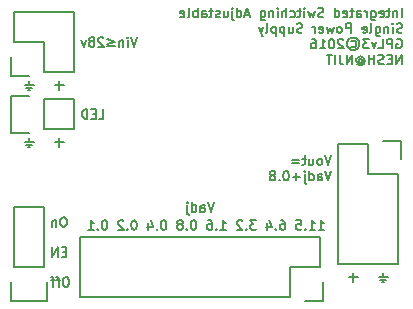
<source format=gbo>
G04 #@! TF.FileFunction,Legend,Bot*
%FSLAX46Y46*%
G04 Gerber Fmt 4.6, Leading zero omitted, Abs format (unit mm)*
G04 Created by KiCad (PCBNEW 4.0.2-stable) date Friday, July 29, 2016 'PMt' 06:45:01 PM*
%MOMM*%
G01*
G04 APERTURE LIST*
%ADD10C,0.100000*%
%ADD11C,0.200000*%
%ADD12C,0.150000*%
G04 APERTURE END LIST*
D10*
D11*
X78816000Y-43287905D02*
X79196953Y-43287905D01*
X79196953Y-42487905D01*
X78549334Y-42868857D02*
X78282667Y-42868857D01*
X78168381Y-43287905D02*
X78549334Y-43287905D01*
X78549334Y-42487905D01*
X78168381Y-42487905D01*
X77825524Y-43287905D02*
X77825524Y-42487905D01*
X77635048Y-42487905D01*
X77520762Y-42526000D01*
X77444571Y-42602190D01*
X77406476Y-42678381D01*
X77368381Y-42830762D01*
X77368381Y-42945048D01*
X77406476Y-43097429D01*
X77444571Y-43173619D01*
X77520762Y-43249810D01*
X77635048Y-43287905D01*
X77825524Y-43287905D01*
X73278952Y-45243762D02*
X72517048Y-45243762D01*
X73126571Y-45472333D02*
X72669428Y-45472333D01*
X72898000Y-44900905D02*
X72898000Y-45243762D01*
X72821809Y-45700905D02*
X72974190Y-45700905D01*
X75818952Y-45283429D02*
X75057047Y-45283429D01*
X75437999Y-45664381D02*
X75437999Y-44902476D01*
X104457524Y-34703905D02*
X104457524Y-33903905D01*
X104076572Y-34170571D02*
X104076572Y-34703905D01*
X104076572Y-34246762D02*
X104038477Y-34208667D01*
X103962286Y-34170571D01*
X103848000Y-34170571D01*
X103771810Y-34208667D01*
X103733715Y-34284857D01*
X103733715Y-34703905D01*
X103467048Y-34170571D02*
X103162286Y-34170571D01*
X103352762Y-33903905D02*
X103352762Y-34589619D01*
X103314667Y-34665810D01*
X103238476Y-34703905D01*
X103162286Y-34703905D01*
X102590857Y-34665810D02*
X102667047Y-34703905D01*
X102819428Y-34703905D01*
X102895619Y-34665810D01*
X102933714Y-34589619D01*
X102933714Y-34284857D01*
X102895619Y-34208667D01*
X102819428Y-34170571D01*
X102667047Y-34170571D01*
X102590857Y-34208667D01*
X102552762Y-34284857D01*
X102552762Y-34361048D01*
X102933714Y-34437238D01*
X101867048Y-34170571D02*
X101867048Y-34818190D01*
X101905143Y-34894381D01*
X101943238Y-34932476D01*
X102019429Y-34970571D01*
X102133714Y-34970571D01*
X102209905Y-34932476D01*
X101867048Y-34665810D02*
X101943238Y-34703905D01*
X102095619Y-34703905D01*
X102171810Y-34665810D01*
X102209905Y-34627714D01*
X102248000Y-34551524D01*
X102248000Y-34322952D01*
X102209905Y-34246762D01*
X102171810Y-34208667D01*
X102095619Y-34170571D01*
X101943238Y-34170571D01*
X101867048Y-34208667D01*
X101486095Y-34703905D02*
X101486095Y-34170571D01*
X101486095Y-34322952D02*
X101448000Y-34246762D01*
X101409904Y-34208667D01*
X101333714Y-34170571D01*
X101257523Y-34170571D01*
X100648000Y-34703905D02*
X100648000Y-34284857D01*
X100686095Y-34208667D01*
X100762285Y-34170571D01*
X100914666Y-34170571D01*
X100990857Y-34208667D01*
X100648000Y-34665810D02*
X100724190Y-34703905D01*
X100914666Y-34703905D01*
X100990857Y-34665810D01*
X101028952Y-34589619D01*
X101028952Y-34513429D01*
X100990857Y-34437238D01*
X100914666Y-34399143D01*
X100724190Y-34399143D01*
X100648000Y-34361048D01*
X100381333Y-34170571D02*
X100076571Y-34170571D01*
X100267047Y-33903905D02*
X100267047Y-34589619D01*
X100228952Y-34665810D01*
X100152761Y-34703905D01*
X100076571Y-34703905D01*
X99505142Y-34665810D02*
X99581332Y-34703905D01*
X99733713Y-34703905D01*
X99809904Y-34665810D01*
X99847999Y-34589619D01*
X99847999Y-34284857D01*
X99809904Y-34208667D01*
X99733713Y-34170571D01*
X99581332Y-34170571D01*
X99505142Y-34208667D01*
X99467047Y-34284857D01*
X99467047Y-34361048D01*
X99847999Y-34437238D01*
X98781333Y-34703905D02*
X98781333Y-33903905D01*
X98781333Y-34665810D02*
X98857523Y-34703905D01*
X99009904Y-34703905D01*
X99086095Y-34665810D01*
X99124190Y-34627714D01*
X99162285Y-34551524D01*
X99162285Y-34322952D01*
X99124190Y-34246762D01*
X99086095Y-34208667D01*
X99009904Y-34170571D01*
X98857523Y-34170571D01*
X98781333Y-34208667D01*
X97828951Y-34665810D02*
X97714665Y-34703905D01*
X97524189Y-34703905D01*
X97447999Y-34665810D01*
X97409903Y-34627714D01*
X97371808Y-34551524D01*
X97371808Y-34475333D01*
X97409903Y-34399143D01*
X97447999Y-34361048D01*
X97524189Y-34322952D01*
X97676570Y-34284857D01*
X97752761Y-34246762D01*
X97790856Y-34208667D01*
X97828951Y-34132476D01*
X97828951Y-34056286D01*
X97790856Y-33980095D01*
X97752761Y-33942000D01*
X97676570Y-33903905D01*
X97486094Y-33903905D01*
X97371808Y-33942000D01*
X97105141Y-34170571D02*
X96952760Y-34703905D01*
X96800379Y-34322952D01*
X96647998Y-34703905D01*
X96495617Y-34170571D01*
X96190856Y-34703905D02*
X96190856Y-34170571D01*
X96190856Y-33903905D02*
X96228951Y-33942000D01*
X96190856Y-33980095D01*
X96152761Y-33942000D01*
X96190856Y-33903905D01*
X96190856Y-33980095D01*
X95924190Y-34170571D02*
X95619428Y-34170571D01*
X95809904Y-33903905D02*
X95809904Y-34589619D01*
X95771809Y-34665810D01*
X95695618Y-34703905D01*
X95619428Y-34703905D01*
X95009904Y-34665810D02*
X95086094Y-34703905D01*
X95238475Y-34703905D01*
X95314666Y-34665810D01*
X95352761Y-34627714D01*
X95390856Y-34551524D01*
X95390856Y-34322952D01*
X95352761Y-34246762D01*
X95314666Y-34208667D01*
X95238475Y-34170571D01*
X95086094Y-34170571D01*
X95009904Y-34208667D01*
X94667047Y-34703905D02*
X94667047Y-33903905D01*
X94324190Y-34703905D02*
X94324190Y-34284857D01*
X94362285Y-34208667D01*
X94438475Y-34170571D01*
X94552761Y-34170571D01*
X94628952Y-34208667D01*
X94667047Y-34246762D01*
X93943237Y-34703905D02*
X93943237Y-34170571D01*
X93943237Y-33903905D02*
X93981332Y-33942000D01*
X93943237Y-33980095D01*
X93905142Y-33942000D01*
X93943237Y-33903905D01*
X93943237Y-33980095D01*
X93562285Y-34170571D02*
X93562285Y-34703905D01*
X93562285Y-34246762D02*
X93524190Y-34208667D01*
X93447999Y-34170571D01*
X93333713Y-34170571D01*
X93257523Y-34208667D01*
X93219428Y-34284857D01*
X93219428Y-34703905D01*
X92495618Y-34170571D02*
X92495618Y-34818190D01*
X92533713Y-34894381D01*
X92571808Y-34932476D01*
X92647999Y-34970571D01*
X92762284Y-34970571D01*
X92838475Y-34932476D01*
X92495618Y-34665810D02*
X92571808Y-34703905D01*
X92724189Y-34703905D01*
X92800380Y-34665810D01*
X92838475Y-34627714D01*
X92876570Y-34551524D01*
X92876570Y-34322952D01*
X92838475Y-34246762D01*
X92800380Y-34208667D01*
X92724189Y-34170571D01*
X92571808Y-34170571D01*
X92495618Y-34208667D01*
X91543236Y-34475333D02*
X91162284Y-34475333D01*
X91619427Y-34703905D02*
X91352760Y-33903905D01*
X91086093Y-34703905D01*
X90476570Y-34703905D02*
X90476570Y-33903905D01*
X90476570Y-34665810D02*
X90552760Y-34703905D01*
X90705141Y-34703905D01*
X90781332Y-34665810D01*
X90819427Y-34627714D01*
X90857522Y-34551524D01*
X90857522Y-34322952D01*
X90819427Y-34246762D01*
X90781332Y-34208667D01*
X90705141Y-34170571D01*
X90552760Y-34170571D01*
X90476570Y-34208667D01*
X90095617Y-34170571D02*
X90095617Y-34856286D01*
X90133712Y-34932476D01*
X90209903Y-34970571D01*
X90247998Y-34970571D01*
X90095617Y-33903905D02*
X90133712Y-33942000D01*
X90095617Y-33980095D01*
X90057522Y-33942000D01*
X90095617Y-33903905D01*
X90095617Y-33980095D01*
X89371808Y-34170571D02*
X89371808Y-34703905D01*
X89714665Y-34170571D02*
X89714665Y-34589619D01*
X89676570Y-34665810D01*
X89600379Y-34703905D01*
X89486093Y-34703905D01*
X89409903Y-34665810D01*
X89371808Y-34627714D01*
X89028950Y-34665810D02*
X88952760Y-34703905D01*
X88800379Y-34703905D01*
X88724188Y-34665810D01*
X88686093Y-34589619D01*
X88686093Y-34551524D01*
X88724188Y-34475333D01*
X88800379Y-34437238D01*
X88914664Y-34437238D01*
X88990855Y-34399143D01*
X89028950Y-34322952D01*
X89028950Y-34284857D01*
X88990855Y-34208667D01*
X88914664Y-34170571D01*
X88800379Y-34170571D01*
X88724188Y-34208667D01*
X88457522Y-34170571D02*
X88152760Y-34170571D01*
X88343236Y-33903905D02*
X88343236Y-34589619D01*
X88305141Y-34665810D01*
X88228950Y-34703905D01*
X88152760Y-34703905D01*
X87543236Y-34703905D02*
X87543236Y-34284857D01*
X87581331Y-34208667D01*
X87657521Y-34170571D01*
X87809902Y-34170571D01*
X87886093Y-34208667D01*
X87543236Y-34665810D02*
X87619426Y-34703905D01*
X87809902Y-34703905D01*
X87886093Y-34665810D01*
X87924188Y-34589619D01*
X87924188Y-34513429D01*
X87886093Y-34437238D01*
X87809902Y-34399143D01*
X87619426Y-34399143D01*
X87543236Y-34361048D01*
X87162283Y-34703905D02*
X87162283Y-33903905D01*
X87162283Y-34208667D02*
X87086092Y-34170571D01*
X86933711Y-34170571D01*
X86857521Y-34208667D01*
X86819426Y-34246762D01*
X86781330Y-34322952D01*
X86781330Y-34551524D01*
X86819426Y-34627714D01*
X86857521Y-34665810D01*
X86933711Y-34703905D01*
X87086092Y-34703905D01*
X87162283Y-34665810D01*
X86324187Y-34703905D02*
X86400378Y-34665810D01*
X86438473Y-34589619D01*
X86438473Y-33903905D01*
X85714663Y-34665810D02*
X85790853Y-34703905D01*
X85943234Y-34703905D01*
X86019425Y-34665810D01*
X86057520Y-34589619D01*
X86057520Y-34284857D01*
X86019425Y-34208667D01*
X85943234Y-34170571D01*
X85790853Y-34170571D01*
X85714663Y-34208667D01*
X85676568Y-34284857D01*
X85676568Y-34361048D01*
X86057520Y-34437238D01*
X104495619Y-35985810D02*
X104381333Y-36023905D01*
X104190857Y-36023905D01*
X104114667Y-35985810D01*
X104076571Y-35947714D01*
X104038476Y-35871524D01*
X104038476Y-35795333D01*
X104076571Y-35719143D01*
X104114667Y-35681048D01*
X104190857Y-35642952D01*
X104343238Y-35604857D01*
X104419429Y-35566762D01*
X104457524Y-35528667D01*
X104495619Y-35452476D01*
X104495619Y-35376286D01*
X104457524Y-35300095D01*
X104419429Y-35262000D01*
X104343238Y-35223905D01*
X104152762Y-35223905D01*
X104038476Y-35262000D01*
X103695619Y-36023905D02*
X103695619Y-35490571D01*
X103695619Y-35223905D02*
X103733714Y-35262000D01*
X103695619Y-35300095D01*
X103657524Y-35262000D01*
X103695619Y-35223905D01*
X103695619Y-35300095D01*
X103314667Y-35490571D02*
X103314667Y-36023905D01*
X103314667Y-35566762D02*
X103276572Y-35528667D01*
X103200381Y-35490571D01*
X103086095Y-35490571D01*
X103009905Y-35528667D01*
X102971810Y-35604857D01*
X102971810Y-36023905D01*
X102248000Y-35490571D02*
X102248000Y-36138190D01*
X102286095Y-36214381D01*
X102324190Y-36252476D01*
X102400381Y-36290571D01*
X102514666Y-36290571D01*
X102590857Y-36252476D01*
X102248000Y-35985810D02*
X102324190Y-36023905D01*
X102476571Y-36023905D01*
X102552762Y-35985810D01*
X102590857Y-35947714D01*
X102628952Y-35871524D01*
X102628952Y-35642952D01*
X102590857Y-35566762D01*
X102552762Y-35528667D01*
X102476571Y-35490571D01*
X102324190Y-35490571D01*
X102248000Y-35528667D01*
X101752761Y-36023905D02*
X101828952Y-35985810D01*
X101867047Y-35909619D01*
X101867047Y-35223905D01*
X101143237Y-35985810D02*
X101219427Y-36023905D01*
X101371808Y-36023905D01*
X101447999Y-35985810D01*
X101486094Y-35909619D01*
X101486094Y-35604857D01*
X101447999Y-35528667D01*
X101371808Y-35490571D01*
X101219427Y-35490571D01*
X101143237Y-35528667D01*
X101105142Y-35604857D01*
X101105142Y-35681048D01*
X101486094Y-35757238D01*
X100152761Y-36023905D02*
X100152761Y-35223905D01*
X99847999Y-35223905D01*
X99771808Y-35262000D01*
X99733713Y-35300095D01*
X99695618Y-35376286D01*
X99695618Y-35490571D01*
X99733713Y-35566762D01*
X99771808Y-35604857D01*
X99847999Y-35642952D01*
X100152761Y-35642952D01*
X99238475Y-36023905D02*
X99314666Y-35985810D01*
X99352761Y-35947714D01*
X99390856Y-35871524D01*
X99390856Y-35642952D01*
X99352761Y-35566762D01*
X99314666Y-35528667D01*
X99238475Y-35490571D01*
X99124189Y-35490571D01*
X99047999Y-35528667D01*
X99009904Y-35566762D01*
X98971808Y-35642952D01*
X98971808Y-35871524D01*
X99009904Y-35947714D01*
X99047999Y-35985810D01*
X99124189Y-36023905D01*
X99238475Y-36023905D01*
X98705141Y-35490571D02*
X98552760Y-36023905D01*
X98400379Y-35642952D01*
X98247998Y-36023905D01*
X98095617Y-35490571D01*
X97486094Y-35985810D02*
X97562284Y-36023905D01*
X97714665Y-36023905D01*
X97790856Y-35985810D01*
X97828951Y-35909619D01*
X97828951Y-35604857D01*
X97790856Y-35528667D01*
X97714665Y-35490571D01*
X97562284Y-35490571D01*
X97486094Y-35528667D01*
X97447999Y-35604857D01*
X97447999Y-35681048D01*
X97828951Y-35757238D01*
X97105142Y-36023905D02*
X97105142Y-35490571D01*
X97105142Y-35642952D02*
X97067047Y-35566762D01*
X97028951Y-35528667D01*
X96952761Y-35490571D01*
X96876570Y-35490571D01*
X96038475Y-35985810D02*
X95924189Y-36023905D01*
X95733713Y-36023905D01*
X95657523Y-35985810D01*
X95619427Y-35947714D01*
X95581332Y-35871524D01*
X95581332Y-35795333D01*
X95619427Y-35719143D01*
X95657523Y-35681048D01*
X95733713Y-35642952D01*
X95886094Y-35604857D01*
X95962285Y-35566762D01*
X96000380Y-35528667D01*
X96038475Y-35452476D01*
X96038475Y-35376286D01*
X96000380Y-35300095D01*
X95962285Y-35262000D01*
X95886094Y-35223905D01*
X95695618Y-35223905D01*
X95581332Y-35262000D01*
X94895618Y-35490571D02*
X94895618Y-36023905D01*
X95238475Y-35490571D02*
X95238475Y-35909619D01*
X95200380Y-35985810D01*
X95124189Y-36023905D01*
X95009903Y-36023905D01*
X94933713Y-35985810D01*
X94895618Y-35947714D01*
X94514665Y-35490571D02*
X94514665Y-36290571D01*
X94514665Y-35528667D02*
X94438474Y-35490571D01*
X94286093Y-35490571D01*
X94209903Y-35528667D01*
X94171808Y-35566762D01*
X94133712Y-35642952D01*
X94133712Y-35871524D01*
X94171808Y-35947714D01*
X94209903Y-35985810D01*
X94286093Y-36023905D01*
X94438474Y-36023905D01*
X94514665Y-35985810D01*
X93790855Y-35490571D02*
X93790855Y-36290571D01*
X93790855Y-35528667D02*
X93714664Y-35490571D01*
X93562283Y-35490571D01*
X93486093Y-35528667D01*
X93447998Y-35566762D01*
X93409902Y-35642952D01*
X93409902Y-35871524D01*
X93447998Y-35947714D01*
X93486093Y-35985810D01*
X93562283Y-36023905D01*
X93714664Y-36023905D01*
X93790855Y-35985810D01*
X92952759Y-36023905D02*
X93028950Y-35985810D01*
X93067045Y-35909619D01*
X93067045Y-35223905D01*
X92724187Y-35490571D02*
X92533711Y-36023905D01*
X92343235Y-35490571D02*
X92533711Y-36023905D01*
X92609902Y-36214381D01*
X92647997Y-36252476D01*
X92724187Y-36290571D01*
X104038476Y-36582000D02*
X104114667Y-36543905D01*
X104228952Y-36543905D01*
X104343238Y-36582000D01*
X104419429Y-36658190D01*
X104457524Y-36734381D01*
X104495619Y-36886762D01*
X104495619Y-37001048D01*
X104457524Y-37153429D01*
X104419429Y-37229619D01*
X104343238Y-37305810D01*
X104228952Y-37343905D01*
X104152762Y-37343905D01*
X104038476Y-37305810D01*
X104000381Y-37267714D01*
X104000381Y-37001048D01*
X104152762Y-37001048D01*
X103657524Y-37343905D02*
X103657524Y-36543905D01*
X103352762Y-36543905D01*
X103276571Y-36582000D01*
X103238476Y-36620095D01*
X103200381Y-36696286D01*
X103200381Y-36810571D01*
X103238476Y-36886762D01*
X103276571Y-36924857D01*
X103352762Y-36962952D01*
X103657524Y-36962952D01*
X102476571Y-37343905D02*
X102857524Y-37343905D01*
X102857524Y-36543905D01*
X102286095Y-36810571D02*
X102095619Y-37343905D01*
X101905143Y-36810571D01*
X101676571Y-36543905D02*
X101181333Y-36543905D01*
X101448000Y-36848667D01*
X101333714Y-36848667D01*
X101257524Y-36886762D01*
X101219428Y-36924857D01*
X101181333Y-37001048D01*
X101181333Y-37191524D01*
X101219428Y-37267714D01*
X101257524Y-37305810D01*
X101333714Y-37343905D01*
X101562286Y-37343905D01*
X101638476Y-37305810D01*
X101676571Y-37267714D01*
X100190857Y-36734381D02*
X100267047Y-36696286D01*
X100419428Y-36696286D01*
X100495619Y-36734381D01*
X100571809Y-36810571D01*
X100609904Y-36886762D01*
X100609904Y-37039143D01*
X100571809Y-37115333D01*
X100495619Y-37191524D01*
X100419428Y-37229619D01*
X100267047Y-37229619D01*
X100190857Y-37191524D01*
X100343238Y-36429619D02*
X100533714Y-36467714D01*
X100724190Y-36582000D01*
X100838476Y-36772476D01*
X100876571Y-36962952D01*
X100838476Y-37153429D01*
X100724190Y-37343905D01*
X100533714Y-37458190D01*
X100343238Y-37496286D01*
X100152762Y-37458190D01*
X99962285Y-37343905D01*
X99848000Y-37153429D01*
X99809904Y-36962952D01*
X99848000Y-36772476D01*
X99962285Y-36582000D01*
X100152762Y-36467714D01*
X100343238Y-36429619D01*
X99505142Y-36620095D02*
X99467047Y-36582000D01*
X99390856Y-36543905D01*
X99200380Y-36543905D01*
X99124190Y-36582000D01*
X99086094Y-36620095D01*
X99047999Y-36696286D01*
X99047999Y-36772476D01*
X99086094Y-36886762D01*
X99543237Y-37343905D01*
X99047999Y-37343905D01*
X98552761Y-36543905D02*
X98476570Y-36543905D01*
X98400380Y-36582000D01*
X98362285Y-36620095D01*
X98324189Y-36696286D01*
X98286094Y-36848667D01*
X98286094Y-37039143D01*
X98324189Y-37191524D01*
X98362285Y-37267714D01*
X98400380Y-37305810D01*
X98476570Y-37343905D01*
X98552761Y-37343905D01*
X98628951Y-37305810D01*
X98667047Y-37267714D01*
X98705142Y-37191524D01*
X98743237Y-37039143D01*
X98743237Y-36848667D01*
X98705142Y-36696286D01*
X98667047Y-36620095D01*
X98628951Y-36582000D01*
X98552761Y-36543905D01*
X97524189Y-37343905D02*
X97981332Y-37343905D01*
X97752761Y-37343905D02*
X97752761Y-36543905D01*
X97828951Y-36658190D01*
X97905142Y-36734381D01*
X97981332Y-36772476D01*
X96838475Y-36543905D02*
X96990856Y-36543905D01*
X97067046Y-36582000D01*
X97105141Y-36620095D01*
X97181332Y-36734381D01*
X97219427Y-36886762D01*
X97219427Y-37191524D01*
X97181332Y-37267714D01*
X97143237Y-37305810D01*
X97067046Y-37343905D01*
X96914665Y-37343905D01*
X96838475Y-37305810D01*
X96800379Y-37267714D01*
X96762284Y-37191524D01*
X96762284Y-37001048D01*
X96800379Y-36924857D01*
X96838475Y-36886762D01*
X96914665Y-36848667D01*
X97067046Y-36848667D01*
X97143237Y-36886762D01*
X97181332Y-36924857D01*
X97219427Y-37001048D01*
X104457524Y-38663905D02*
X104457524Y-37863905D01*
X104000381Y-38663905D01*
X104000381Y-37863905D01*
X103619429Y-38244857D02*
X103352762Y-38244857D01*
X103238476Y-38663905D02*
X103619429Y-38663905D01*
X103619429Y-37863905D01*
X103238476Y-37863905D01*
X102933714Y-38625810D02*
X102819428Y-38663905D01*
X102628952Y-38663905D01*
X102552762Y-38625810D01*
X102514666Y-38587714D01*
X102476571Y-38511524D01*
X102476571Y-38435333D01*
X102514666Y-38359143D01*
X102552762Y-38321048D01*
X102628952Y-38282952D01*
X102781333Y-38244857D01*
X102857524Y-38206762D01*
X102895619Y-38168667D01*
X102933714Y-38092476D01*
X102933714Y-38016286D01*
X102895619Y-37940095D01*
X102857524Y-37902000D01*
X102781333Y-37863905D01*
X102590857Y-37863905D01*
X102476571Y-37902000D01*
X102133714Y-38663905D02*
X102133714Y-37863905D01*
X102133714Y-38244857D02*
X101676571Y-38244857D01*
X101676571Y-38663905D02*
X101676571Y-37863905D01*
X100800381Y-38282952D02*
X100838476Y-38244857D01*
X100914666Y-38206762D01*
X100990857Y-38206762D01*
X101067047Y-38244857D01*
X101105143Y-38282952D01*
X101143238Y-38359143D01*
X101143238Y-38435333D01*
X101105143Y-38511524D01*
X101067047Y-38549619D01*
X100990857Y-38587714D01*
X100914666Y-38587714D01*
X100838476Y-38549619D01*
X100800381Y-38511524D01*
X100800381Y-38206762D02*
X100800381Y-38511524D01*
X100762285Y-38549619D01*
X100724190Y-38549619D01*
X100648000Y-38511524D01*
X100609905Y-38435333D01*
X100609905Y-38244857D01*
X100686095Y-38130571D01*
X100800381Y-38054381D01*
X100952762Y-38016286D01*
X101105143Y-38054381D01*
X101219428Y-38130571D01*
X101295619Y-38244857D01*
X101333714Y-38397238D01*
X101295619Y-38549619D01*
X101219428Y-38663905D01*
X101105143Y-38740095D01*
X100952762Y-38778190D01*
X100800381Y-38740095D01*
X100686095Y-38663905D01*
X100267048Y-38663905D02*
X100267048Y-37863905D01*
X99809905Y-38663905D01*
X99809905Y-37863905D01*
X99200381Y-37863905D02*
X99200381Y-38435333D01*
X99238477Y-38549619D01*
X99314667Y-38625810D01*
X99428953Y-38663905D01*
X99505143Y-38663905D01*
X98819429Y-38663905D02*
X98819429Y-37863905D01*
X98552763Y-37863905D02*
X98095620Y-37863905D01*
X98324191Y-38663905D02*
X98324191Y-37863905D01*
X88556953Y-50361905D02*
X88290286Y-51161905D01*
X88023619Y-50361905D01*
X87414096Y-51161905D02*
X87414096Y-50742857D01*
X87452191Y-50666667D01*
X87528381Y-50628571D01*
X87680762Y-50628571D01*
X87756953Y-50666667D01*
X87414096Y-51123810D02*
X87490286Y-51161905D01*
X87680762Y-51161905D01*
X87756953Y-51123810D01*
X87795048Y-51047619D01*
X87795048Y-50971429D01*
X87756953Y-50895238D01*
X87680762Y-50857143D01*
X87490286Y-50857143D01*
X87414096Y-50819048D01*
X86690286Y-51161905D02*
X86690286Y-50361905D01*
X86690286Y-51123810D02*
X86766476Y-51161905D01*
X86918857Y-51161905D01*
X86995048Y-51123810D01*
X87033143Y-51085714D01*
X87071238Y-51009524D01*
X87071238Y-50780952D01*
X87033143Y-50704762D01*
X86995048Y-50666667D01*
X86918857Y-50628571D01*
X86766476Y-50628571D01*
X86690286Y-50666667D01*
X86309333Y-50628571D02*
X86309333Y-51314286D01*
X86347428Y-51390476D01*
X86423619Y-51428571D01*
X86461714Y-51428571D01*
X86309333Y-50361905D02*
X86347428Y-50400000D01*
X86309333Y-50438095D01*
X86271238Y-50400000D01*
X86309333Y-50361905D01*
X86309333Y-50438095D01*
X97407810Y-52685905D02*
X97864953Y-52685905D01*
X97636382Y-52685905D02*
X97636382Y-51885905D01*
X97712572Y-52000190D01*
X97788763Y-52076381D01*
X97864953Y-52114476D01*
X96645905Y-52685905D02*
X97103048Y-52685905D01*
X96874477Y-52685905D02*
X96874477Y-51885905D01*
X96950667Y-52000190D01*
X97026858Y-52076381D01*
X97103048Y-52114476D01*
X96303048Y-52609714D02*
X96264953Y-52647810D01*
X96303048Y-52685905D01*
X96341143Y-52647810D01*
X96303048Y-52609714D01*
X96303048Y-52685905D01*
X95541143Y-51885905D02*
X95922096Y-51885905D01*
X95960191Y-52266857D01*
X95922096Y-52228762D01*
X95845905Y-52190667D01*
X95655429Y-52190667D01*
X95579239Y-52228762D01*
X95541143Y-52266857D01*
X95503048Y-52343048D01*
X95503048Y-52533524D01*
X95541143Y-52609714D01*
X95579239Y-52647810D01*
X95655429Y-52685905D01*
X95845905Y-52685905D01*
X95922096Y-52647810D01*
X95960191Y-52609714D01*
X94207810Y-51885905D02*
X94360191Y-51885905D01*
X94436381Y-51924000D01*
X94474476Y-51962095D01*
X94550667Y-52076381D01*
X94588762Y-52228762D01*
X94588762Y-52533524D01*
X94550667Y-52609714D01*
X94512572Y-52647810D01*
X94436381Y-52685905D01*
X94284000Y-52685905D01*
X94207810Y-52647810D01*
X94169714Y-52609714D01*
X94131619Y-52533524D01*
X94131619Y-52343048D01*
X94169714Y-52266857D01*
X94207810Y-52228762D01*
X94284000Y-52190667D01*
X94436381Y-52190667D01*
X94512572Y-52228762D01*
X94550667Y-52266857D01*
X94588762Y-52343048D01*
X93788762Y-52609714D02*
X93750667Y-52647810D01*
X93788762Y-52685905D01*
X93826857Y-52647810D01*
X93788762Y-52609714D01*
X93788762Y-52685905D01*
X93064953Y-52152571D02*
X93064953Y-52685905D01*
X93255429Y-51847810D02*
X93445905Y-52419238D01*
X92950667Y-52419238D01*
X92112571Y-51885905D02*
X91617333Y-51885905D01*
X91884000Y-52190667D01*
X91769714Y-52190667D01*
X91693524Y-52228762D01*
X91655428Y-52266857D01*
X91617333Y-52343048D01*
X91617333Y-52533524D01*
X91655428Y-52609714D01*
X91693524Y-52647810D01*
X91769714Y-52685905D01*
X91998286Y-52685905D01*
X92074476Y-52647810D01*
X92112571Y-52609714D01*
X91274476Y-52609714D02*
X91236381Y-52647810D01*
X91274476Y-52685905D01*
X91312571Y-52647810D01*
X91274476Y-52609714D01*
X91274476Y-52685905D01*
X90931619Y-51962095D02*
X90893524Y-51924000D01*
X90817333Y-51885905D01*
X90626857Y-51885905D01*
X90550667Y-51924000D01*
X90512571Y-51962095D01*
X90474476Y-52038286D01*
X90474476Y-52114476D01*
X90512571Y-52228762D01*
X90969714Y-52685905D01*
X90474476Y-52685905D01*
X89103047Y-52685905D02*
X89560190Y-52685905D01*
X89331619Y-52685905D02*
X89331619Y-51885905D01*
X89407809Y-52000190D01*
X89484000Y-52076381D01*
X89560190Y-52114476D01*
X88760190Y-52609714D02*
X88722095Y-52647810D01*
X88760190Y-52685905D01*
X88798285Y-52647810D01*
X88760190Y-52609714D01*
X88760190Y-52685905D01*
X88036381Y-51885905D02*
X88188762Y-51885905D01*
X88264952Y-51924000D01*
X88303047Y-51962095D01*
X88379238Y-52076381D01*
X88417333Y-52228762D01*
X88417333Y-52533524D01*
X88379238Y-52609714D01*
X88341143Y-52647810D01*
X88264952Y-52685905D01*
X88112571Y-52685905D01*
X88036381Y-52647810D01*
X87998285Y-52609714D01*
X87960190Y-52533524D01*
X87960190Y-52343048D01*
X87998285Y-52266857D01*
X88036381Y-52228762D01*
X88112571Y-52190667D01*
X88264952Y-52190667D01*
X88341143Y-52228762D01*
X88379238Y-52266857D01*
X88417333Y-52343048D01*
X86855428Y-51885905D02*
X86779237Y-51885905D01*
X86703047Y-51924000D01*
X86664952Y-51962095D01*
X86626856Y-52038286D01*
X86588761Y-52190667D01*
X86588761Y-52381143D01*
X86626856Y-52533524D01*
X86664952Y-52609714D01*
X86703047Y-52647810D01*
X86779237Y-52685905D01*
X86855428Y-52685905D01*
X86931618Y-52647810D01*
X86969714Y-52609714D01*
X87007809Y-52533524D01*
X87045904Y-52381143D01*
X87045904Y-52190667D01*
X87007809Y-52038286D01*
X86969714Y-51962095D01*
X86931618Y-51924000D01*
X86855428Y-51885905D01*
X86245904Y-52609714D02*
X86207809Y-52647810D01*
X86245904Y-52685905D01*
X86283999Y-52647810D01*
X86245904Y-52609714D01*
X86245904Y-52685905D01*
X85750666Y-52228762D02*
X85826857Y-52190667D01*
X85864952Y-52152571D01*
X85903047Y-52076381D01*
X85903047Y-52038286D01*
X85864952Y-51962095D01*
X85826857Y-51924000D01*
X85750666Y-51885905D01*
X85598285Y-51885905D01*
X85522095Y-51924000D01*
X85483999Y-51962095D01*
X85445904Y-52038286D01*
X85445904Y-52076381D01*
X85483999Y-52152571D01*
X85522095Y-52190667D01*
X85598285Y-52228762D01*
X85750666Y-52228762D01*
X85826857Y-52266857D01*
X85864952Y-52304952D01*
X85903047Y-52381143D01*
X85903047Y-52533524D01*
X85864952Y-52609714D01*
X85826857Y-52647810D01*
X85750666Y-52685905D01*
X85598285Y-52685905D01*
X85522095Y-52647810D01*
X85483999Y-52609714D01*
X85445904Y-52533524D01*
X85445904Y-52381143D01*
X85483999Y-52304952D01*
X85522095Y-52266857D01*
X85598285Y-52228762D01*
X84341142Y-51885905D02*
X84264951Y-51885905D01*
X84188761Y-51924000D01*
X84150666Y-51962095D01*
X84112570Y-52038286D01*
X84074475Y-52190667D01*
X84074475Y-52381143D01*
X84112570Y-52533524D01*
X84150666Y-52609714D01*
X84188761Y-52647810D01*
X84264951Y-52685905D01*
X84341142Y-52685905D01*
X84417332Y-52647810D01*
X84455428Y-52609714D01*
X84493523Y-52533524D01*
X84531618Y-52381143D01*
X84531618Y-52190667D01*
X84493523Y-52038286D01*
X84455428Y-51962095D01*
X84417332Y-51924000D01*
X84341142Y-51885905D01*
X83731618Y-52609714D02*
X83693523Y-52647810D01*
X83731618Y-52685905D01*
X83769713Y-52647810D01*
X83731618Y-52609714D01*
X83731618Y-52685905D01*
X83007809Y-52152571D02*
X83007809Y-52685905D01*
X83198285Y-51847810D02*
X83388761Y-52419238D01*
X82893523Y-52419238D01*
X81826856Y-51885905D02*
X81750665Y-51885905D01*
X81674475Y-51924000D01*
X81636380Y-51962095D01*
X81598284Y-52038286D01*
X81560189Y-52190667D01*
X81560189Y-52381143D01*
X81598284Y-52533524D01*
X81636380Y-52609714D01*
X81674475Y-52647810D01*
X81750665Y-52685905D01*
X81826856Y-52685905D01*
X81903046Y-52647810D01*
X81941142Y-52609714D01*
X81979237Y-52533524D01*
X82017332Y-52381143D01*
X82017332Y-52190667D01*
X81979237Y-52038286D01*
X81941142Y-51962095D01*
X81903046Y-51924000D01*
X81826856Y-51885905D01*
X81217332Y-52609714D02*
X81179237Y-52647810D01*
X81217332Y-52685905D01*
X81255427Y-52647810D01*
X81217332Y-52609714D01*
X81217332Y-52685905D01*
X80874475Y-51962095D02*
X80836380Y-51924000D01*
X80760189Y-51885905D01*
X80569713Y-51885905D01*
X80493523Y-51924000D01*
X80455427Y-51962095D01*
X80417332Y-52038286D01*
X80417332Y-52114476D01*
X80455427Y-52228762D01*
X80912570Y-52685905D01*
X80417332Y-52685905D01*
X79312570Y-51885905D02*
X79236379Y-51885905D01*
X79160189Y-51924000D01*
X79122094Y-51962095D01*
X79083998Y-52038286D01*
X79045903Y-52190667D01*
X79045903Y-52381143D01*
X79083998Y-52533524D01*
X79122094Y-52609714D01*
X79160189Y-52647810D01*
X79236379Y-52685905D01*
X79312570Y-52685905D01*
X79388760Y-52647810D01*
X79426856Y-52609714D01*
X79464951Y-52533524D01*
X79503046Y-52381143D01*
X79503046Y-52190667D01*
X79464951Y-52038286D01*
X79426856Y-51962095D01*
X79388760Y-51924000D01*
X79312570Y-51885905D01*
X78703046Y-52609714D02*
X78664951Y-52647810D01*
X78703046Y-52685905D01*
X78741141Y-52647810D01*
X78703046Y-52609714D01*
X78703046Y-52685905D01*
X77903046Y-52685905D02*
X78360189Y-52685905D01*
X78131618Y-52685905D02*
X78131618Y-51885905D01*
X78207808Y-52000190D01*
X78283999Y-52076381D01*
X78360189Y-52114476D01*
X98475810Y-46399905D02*
X98209143Y-47199905D01*
X97942476Y-46399905D01*
X97561524Y-47199905D02*
X97637715Y-47161810D01*
X97675810Y-47123714D01*
X97713905Y-47047524D01*
X97713905Y-46818952D01*
X97675810Y-46742762D01*
X97637715Y-46704667D01*
X97561524Y-46666571D01*
X97447238Y-46666571D01*
X97371048Y-46704667D01*
X97332953Y-46742762D01*
X97294857Y-46818952D01*
X97294857Y-47047524D01*
X97332953Y-47123714D01*
X97371048Y-47161810D01*
X97447238Y-47199905D01*
X97561524Y-47199905D01*
X96609143Y-46666571D02*
X96609143Y-47199905D01*
X96952000Y-46666571D02*
X96952000Y-47085619D01*
X96913905Y-47161810D01*
X96837714Y-47199905D01*
X96723428Y-47199905D01*
X96647238Y-47161810D01*
X96609143Y-47123714D01*
X96342476Y-46666571D02*
X96037714Y-46666571D01*
X96228190Y-46399905D02*
X96228190Y-47085619D01*
X96190095Y-47161810D01*
X96113904Y-47199905D01*
X96037714Y-47199905D01*
X95771047Y-46780857D02*
X95161523Y-46780857D01*
X95161523Y-47009429D02*
X95771047Y-47009429D01*
X98475810Y-47719905D02*
X98209143Y-48519905D01*
X97942476Y-47719905D01*
X97332953Y-48519905D02*
X97332953Y-48100857D01*
X97371048Y-48024667D01*
X97447238Y-47986571D01*
X97599619Y-47986571D01*
X97675810Y-48024667D01*
X97332953Y-48481810D02*
X97409143Y-48519905D01*
X97599619Y-48519905D01*
X97675810Y-48481810D01*
X97713905Y-48405619D01*
X97713905Y-48329429D01*
X97675810Y-48253238D01*
X97599619Y-48215143D01*
X97409143Y-48215143D01*
X97332953Y-48177048D01*
X96609143Y-48519905D02*
X96609143Y-47719905D01*
X96609143Y-48481810D02*
X96685333Y-48519905D01*
X96837714Y-48519905D01*
X96913905Y-48481810D01*
X96952000Y-48443714D01*
X96990095Y-48367524D01*
X96990095Y-48138952D01*
X96952000Y-48062762D01*
X96913905Y-48024667D01*
X96837714Y-47986571D01*
X96685333Y-47986571D01*
X96609143Y-48024667D01*
X96228190Y-47986571D02*
X96228190Y-48672286D01*
X96266285Y-48748476D01*
X96342476Y-48786571D01*
X96380571Y-48786571D01*
X96228190Y-47719905D02*
X96266285Y-47758000D01*
X96228190Y-47796095D01*
X96190095Y-47758000D01*
X96228190Y-47719905D01*
X96228190Y-47796095D01*
X95847238Y-48215143D02*
X95237714Y-48215143D01*
X95542476Y-48519905D02*
X95542476Y-47910381D01*
X94704381Y-47719905D02*
X94628190Y-47719905D01*
X94552000Y-47758000D01*
X94513905Y-47796095D01*
X94475809Y-47872286D01*
X94437714Y-48024667D01*
X94437714Y-48215143D01*
X94475809Y-48367524D01*
X94513905Y-48443714D01*
X94552000Y-48481810D01*
X94628190Y-48519905D01*
X94704381Y-48519905D01*
X94780571Y-48481810D01*
X94818667Y-48443714D01*
X94856762Y-48367524D01*
X94894857Y-48215143D01*
X94894857Y-48024667D01*
X94856762Y-47872286D01*
X94818667Y-47796095D01*
X94780571Y-47758000D01*
X94704381Y-47719905D01*
X94094857Y-48443714D02*
X94056762Y-48481810D01*
X94094857Y-48519905D01*
X94132952Y-48481810D01*
X94094857Y-48443714D01*
X94094857Y-48519905D01*
X93599619Y-48062762D02*
X93675810Y-48024667D01*
X93713905Y-47986571D01*
X93752000Y-47910381D01*
X93752000Y-47872286D01*
X93713905Y-47796095D01*
X93675810Y-47758000D01*
X93599619Y-47719905D01*
X93447238Y-47719905D01*
X93371048Y-47758000D01*
X93332952Y-47796095D01*
X93294857Y-47872286D01*
X93294857Y-47910381D01*
X93332952Y-47986571D01*
X93371048Y-48024667D01*
X93447238Y-48062762D01*
X93599619Y-48062762D01*
X93675810Y-48100857D01*
X93713905Y-48138952D01*
X93752000Y-48215143D01*
X93752000Y-48367524D01*
X93713905Y-48443714D01*
X93675810Y-48481810D01*
X93599619Y-48519905D01*
X93447238Y-48519905D01*
X93371048Y-48481810D01*
X93332952Y-48443714D01*
X93294857Y-48367524D01*
X93294857Y-48215143D01*
X93332952Y-48138952D01*
X93371048Y-48100857D01*
X93447238Y-48062762D01*
X100710952Y-56713429D02*
X99949047Y-56713429D01*
X100329999Y-57094381D02*
X100329999Y-56332476D01*
X103250952Y-56673762D02*
X102489048Y-56673762D01*
X103098571Y-56902333D02*
X102641428Y-56902333D01*
X102870000Y-56330905D02*
X102870000Y-56673762D01*
X102793809Y-57130905D02*
X102946190Y-57130905D01*
X75818952Y-40457429D02*
X75057047Y-40457429D01*
X75437999Y-40838381D02*
X75437999Y-40076476D01*
X73278952Y-40417762D02*
X72517048Y-40417762D01*
X73126571Y-40646333D02*
X72669428Y-40646333D01*
X72898000Y-40074905D02*
X72898000Y-40417762D01*
X72821809Y-40874905D02*
X72974190Y-40874905D01*
X82054096Y-36391905D02*
X81787429Y-37191905D01*
X81520762Y-36391905D01*
X81254096Y-37191905D02*
X81254096Y-36658571D01*
X81254096Y-36391905D02*
X81292191Y-36430000D01*
X81254096Y-36468095D01*
X81216001Y-36430000D01*
X81254096Y-36391905D01*
X81254096Y-36468095D01*
X80873144Y-36658571D02*
X80873144Y-37191905D01*
X80873144Y-36734762D02*
X80835049Y-36696667D01*
X80758858Y-36658571D01*
X80644572Y-36658571D01*
X80568382Y-36696667D01*
X80530287Y-36772857D01*
X80530287Y-37191905D01*
X79539810Y-37153810D02*
X80149334Y-37153810D01*
X79539810Y-37001429D02*
X80149334Y-36772857D01*
X79539810Y-36544286D01*
X79196953Y-36468095D02*
X79158858Y-36430000D01*
X79082667Y-36391905D01*
X78892191Y-36391905D01*
X78816001Y-36430000D01*
X78777905Y-36468095D01*
X78739810Y-36544286D01*
X78739810Y-36620476D01*
X78777905Y-36734762D01*
X79235048Y-37191905D01*
X78739810Y-37191905D01*
X78282667Y-36734762D02*
X78358858Y-36696667D01*
X78396953Y-36658571D01*
X78435048Y-36582381D01*
X78435048Y-36544286D01*
X78396953Y-36468095D01*
X78358858Y-36430000D01*
X78282667Y-36391905D01*
X78130286Y-36391905D01*
X78054096Y-36430000D01*
X78016000Y-36468095D01*
X77977905Y-36544286D01*
X77977905Y-36582381D01*
X78016000Y-36658571D01*
X78054096Y-36696667D01*
X78130286Y-36734762D01*
X78282667Y-36734762D01*
X78358858Y-36772857D01*
X78396953Y-36810952D01*
X78435048Y-36887143D01*
X78435048Y-37039524D01*
X78396953Y-37115714D01*
X78358858Y-37153810D01*
X78282667Y-37191905D01*
X78130286Y-37191905D01*
X78054096Y-37153810D01*
X78016000Y-37115714D01*
X77977905Y-37039524D01*
X77977905Y-36887143D01*
X78016000Y-36810952D01*
X78054096Y-36772857D01*
X78130286Y-36734762D01*
X77711238Y-36658571D02*
X77520762Y-37191905D01*
X77330286Y-36658571D01*
X76047429Y-54552857D02*
X75780762Y-54552857D01*
X75666476Y-54971905D02*
X76047429Y-54971905D01*
X76047429Y-54171905D01*
X75666476Y-54171905D01*
X75323619Y-54971905D02*
X75323619Y-54171905D01*
X74866476Y-54971905D01*
X74866476Y-54171905D01*
X76085524Y-56711905D02*
X75933143Y-56711905D01*
X75856952Y-56750000D01*
X75780762Y-56826190D01*
X75742667Y-56978571D01*
X75742667Y-57245238D01*
X75780762Y-57397619D01*
X75856952Y-57473810D01*
X75933143Y-57511905D01*
X76085524Y-57511905D01*
X76161714Y-57473810D01*
X76237905Y-57397619D01*
X76276000Y-57245238D01*
X76276000Y-56978571D01*
X76237905Y-56826190D01*
X76161714Y-56750000D01*
X76085524Y-56711905D01*
X75514096Y-56978571D02*
X75209334Y-56978571D01*
X75399810Y-57511905D02*
X75399810Y-56826190D01*
X75361715Y-56750000D01*
X75285524Y-56711905D01*
X75209334Y-56711905D01*
X75056953Y-56978571D02*
X74752191Y-56978571D01*
X74942667Y-57511905D02*
X74942667Y-56826190D01*
X74904572Y-56750000D01*
X74828381Y-56711905D01*
X74752191Y-56711905D01*
X75895048Y-51631905D02*
X75742667Y-51631905D01*
X75666476Y-51670000D01*
X75590286Y-51746190D01*
X75552191Y-51898571D01*
X75552191Y-52165238D01*
X75590286Y-52317619D01*
X75666476Y-52393810D01*
X75742667Y-52431905D01*
X75895048Y-52431905D01*
X75971238Y-52393810D01*
X76047429Y-52317619D01*
X76085524Y-52165238D01*
X76085524Y-51898571D01*
X76047429Y-51746190D01*
X75971238Y-51670000D01*
X75895048Y-51631905D01*
X75209334Y-51898571D02*
X75209334Y-52431905D01*
X75209334Y-51974762D02*
X75171239Y-51936667D01*
X75095048Y-51898571D01*
X74980762Y-51898571D01*
X74904572Y-51936667D01*
X74866477Y-52012857D01*
X74866477Y-52431905D01*
D12*
X71628000Y-55880000D02*
X71628000Y-50800000D01*
X71628000Y-50800000D02*
X74168000Y-50800000D01*
X74168000Y-50800000D02*
X74168000Y-55880000D01*
X74448000Y-58700000D02*
X74448000Y-57150000D01*
X74168000Y-55880000D02*
X71628000Y-55880000D01*
X71348000Y-57150000D02*
X71348000Y-58700000D01*
X71348000Y-58700000D02*
X74448000Y-58700000D01*
X77216000Y-53340000D02*
X97536000Y-53340000D01*
X94996000Y-58420000D02*
X77216000Y-58420000D01*
X77216000Y-53340000D02*
X77216000Y-58420000D01*
X97536000Y-53340000D02*
X97536000Y-55880000D01*
X97816000Y-57150000D02*
X97816000Y-58700000D01*
X97536000Y-55880000D02*
X94996000Y-55880000D01*
X94996000Y-55880000D02*
X94996000Y-58420000D01*
X97816000Y-58700000D02*
X96266000Y-58700000D01*
X71348000Y-38100000D02*
X71348000Y-39650000D01*
X72898000Y-39650000D02*
X71348000Y-39650000D01*
X71628000Y-36830000D02*
X74168000Y-36830000D01*
X74168000Y-36830000D02*
X74168000Y-39370000D01*
X74168000Y-39370000D02*
X76708000Y-39370000D01*
X76708000Y-39370000D02*
X76708000Y-34290000D01*
X76708000Y-34290000D02*
X71628000Y-34290000D01*
X71628000Y-34290000D02*
X71628000Y-36830000D01*
X104140000Y-48006000D02*
X104140000Y-55626000D01*
X104140000Y-55626000D02*
X99060000Y-55626000D01*
X99060000Y-55626000D02*
X99060000Y-45466000D01*
X99060000Y-45466000D02*
X101600000Y-45466000D01*
X102870000Y-45186000D02*
X104420000Y-45186000D01*
X101600000Y-45466000D02*
X101600000Y-48006000D01*
X101600000Y-48006000D02*
X104140000Y-48006000D01*
X104420000Y-45186000D02*
X104420000Y-46736000D01*
X74168000Y-44196000D02*
X76708000Y-44196000D01*
X71348000Y-44476000D02*
X72898000Y-44476000D01*
X74168000Y-44196000D02*
X74168000Y-41656000D01*
X72898000Y-41376000D02*
X71348000Y-41376000D01*
X71348000Y-41376000D02*
X71348000Y-44476000D01*
X74168000Y-41656000D02*
X76708000Y-41656000D01*
X76708000Y-41656000D02*
X76708000Y-44196000D01*
M02*

</source>
